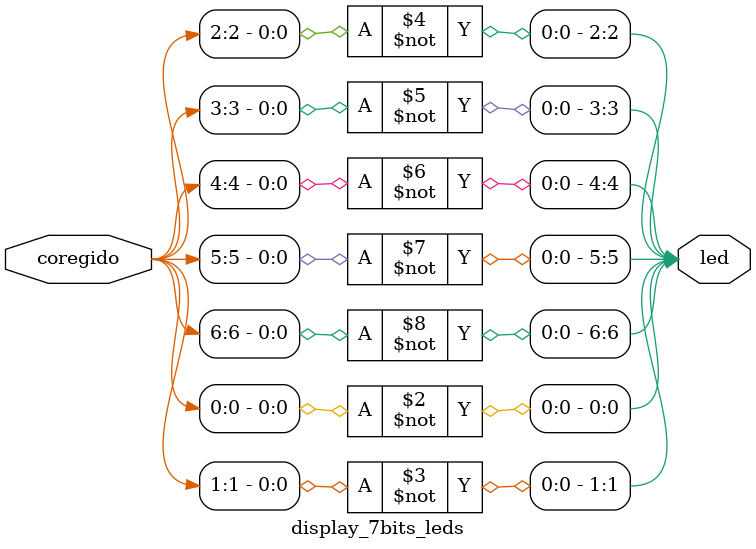
<source format=v>
`timescale 1ns / 1ps

module display_7bits_leds (
    input [6:0] coregido,
    output reg [6:0] led
);
    always @* begin
        led[0] = ~coregido[0];
        led[1] = ~coregido[1];
        led[2] = ~coregido[2];
        led[3] = ~coregido[3];
        led[4] = ~coregido[4];
        led[5] = ~coregido[5];
        led[6] = ~coregido[6];
    end
endmodule
</source>
